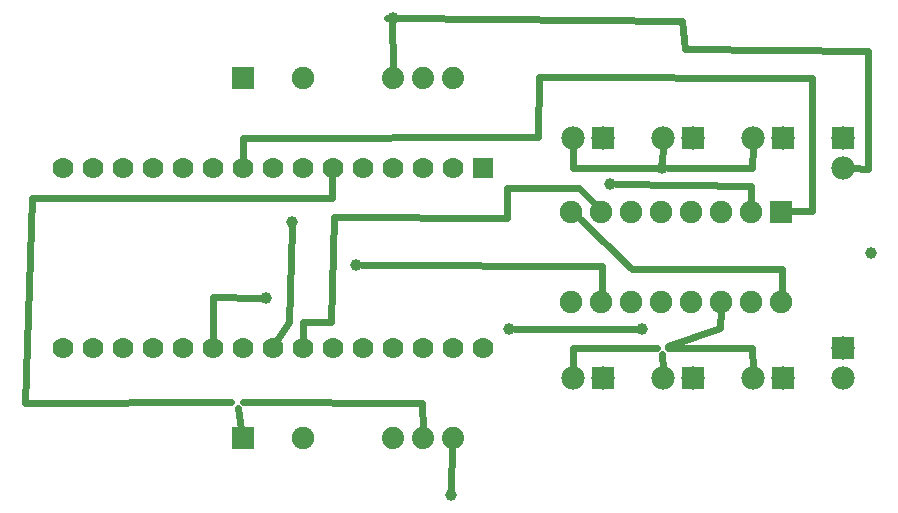
<source format=gbl>
G04 MADE WITH FRITZING*
G04 WWW.FRITZING.ORG*
G04 DOUBLE SIDED*
G04 HOLES PLATED*
G04 CONTOUR ON CENTER OF CONTOUR VECTOR*
%ASAXBY*%
%FSLAX23Y23*%
%MOIN*%
%OFA0B0*%
%SFA1.0B1.0*%
%ADD10C,0.075000*%
%ADD11C,0.074000*%
%ADD12C,0.070000*%
%ADD13C,0.078000*%
%ADD14C,0.039370*%
%ADD15R,0.075000X0.075000*%
%ADD16R,0.070000X0.069972*%
%ADD17R,0.078000X0.078000*%
%ADD18C,0.024000*%
%LNCOPPER0*%
G90*
G70*
G54D10*
X818Y252D03*
X1018Y252D03*
X818Y1452D03*
X1018Y1452D03*
G54D11*
X1418Y252D03*
X1518Y252D03*
X1318Y252D03*
X1418Y1452D03*
X1318Y1452D03*
X1518Y1452D03*
G54D10*
X2614Y1006D03*
X2614Y706D03*
X2514Y1006D03*
X2514Y706D03*
X2414Y1006D03*
X2414Y706D03*
X2314Y1006D03*
X2314Y706D03*
X2214Y1006D03*
X2214Y706D03*
X2114Y1006D03*
X2114Y706D03*
X2014Y1006D03*
X2014Y706D03*
X1914Y1006D03*
X1914Y706D03*
G54D12*
X1618Y1152D03*
X1518Y1152D03*
X1418Y1152D03*
X1318Y1152D03*
X1218Y1152D03*
X1118Y1152D03*
X1018Y1152D03*
X918Y1152D03*
X818Y1152D03*
X718Y1152D03*
X618Y1152D03*
X518Y1152D03*
X418Y1152D03*
X318Y1152D03*
X218Y1152D03*
X1618Y552D03*
X1518Y552D03*
X1418Y552D03*
X1318Y552D03*
X1218Y552D03*
X1118Y552D03*
X1018Y552D03*
X918Y552D03*
X818Y552D03*
X718Y552D03*
X618Y552D03*
X518Y552D03*
X418Y552D03*
X318Y552D03*
X218Y552D03*
G54D13*
X2018Y452D03*
X1918Y452D03*
X2318Y452D03*
X2218Y452D03*
X2618Y452D03*
X2518Y452D03*
X2618Y1252D03*
X2518Y1252D03*
X2318Y1252D03*
X2218Y1252D03*
X2018Y1252D03*
X1918Y1252D03*
X2818Y1252D03*
X2818Y1152D03*
X2818Y552D03*
X2818Y452D03*
G54D14*
X2914Y869D03*
X1318Y1652D03*
X1513Y62D03*
X2217Y1153D03*
X2044Y1098D03*
X984Y970D03*
X1196Y828D03*
X2149Y614D03*
X1706Y616D03*
X897Y719D03*
G54D15*
X818Y252D03*
X818Y1452D03*
X2614Y1006D03*
G54D16*
X1618Y1152D03*
G54D17*
X2018Y452D03*
X2318Y452D03*
X2618Y452D03*
X2618Y1252D03*
X2318Y1252D03*
X2018Y1252D03*
X2818Y1252D03*
X2818Y552D03*
G54D18*
X2617Y814D02*
X2615Y735D01*
D02*
X2117Y815D02*
X2617Y814D01*
D02*
X1935Y987D02*
X2117Y815D01*
D02*
X2283Y1640D02*
X2292Y1548D01*
D02*
X1337Y1652D02*
X2283Y1640D01*
D02*
X2292Y1548D02*
X2903Y1542D01*
D02*
X2903Y1542D02*
X2903Y1148D01*
D02*
X2903Y1148D02*
X2848Y1151D01*
D02*
X1317Y1652D02*
X1318Y1483D01*
D02*
X1299Y1651D02*
X1317Y1652D01*
D02*
X1517Y221D02*
X1513Y81D01*
D02*
X819Y371D02*
X1417Y369D01*
D02*
X1417Y369D02*
X1418Y283D01*
D02*
X814Y280D02*
X803Y352D01*
D02*
X117Y1052D02*
X1117Y1052D01*
D02*
X1117Y1052D02*
X1117Y1123D01*
D02*
X93Y367D02*
X117Y1052D01*
D02*
X781Y371D02*
X93Y367D01*
D02*
X1919Y1151D02*
X1918Y1222D01*
D02*
X2218Y1222D02*
X2217Y1171D01*
D02*
X2198Y1152D02*
X1919Y1151D01*
D02*
X2217Y533D02*
X2218Y482D01*
D02*
X1919Y552D02*
X2198Y552D01*
D02*
X1918Y482D02*
X1919Y552D01*
D02*
X2236Y552D02*
X2517Y552D01*
D02*
X2517Y552D02*
X2518Y482D01*
D02*
X2236Y1152D02*
X2517Y1151D01*
D02*
X2517Y1151D02*
X2518Y1222D01*
D02*
X2235Y559D02*
X2411Y618D01*
D02*
X2411Y618D02*
X2413Y678D01*
D02*
X2716Y1008D02*
X2643Y1007D01*
D02*
X818Y1252D02*
X1802Y1254D01*
D02*
X1802Y1254D02*
X1805Y1454D01*
D02*
X2717Y1451D02*
X2716Y1008D01*
D02*
X1805Y1454D02*
X2717Y1451D01*
D02*
X818Y1181D02*
X818Y1252D01*
D02*
X1941Y1086D02*
X1995Y1027D01*
D02*
X1019Y638D02*
X1113Y638D01*
D02*
X1700Y1086D02*
X1941Y1086D01*
D02*
X1700Y985D02*
X1700Y1086D01*
D02*
X1124Y987D02*
X1700Y985D01*
D02*
X1018Y581D02*
X1019Y638D01*
D02*
X1113Y638D02*
X1124Y987D01*
D02*
X2063Y1098D02*
X2514Y1093D01*
D02*
X2514Y1093D02*
X2514Y1035D01*
D02*
X972Y639D02*
X983Y951D01*
D02*
X933Y577D02*
X972Y639D01*
D02*
X1215Y828D02*
X2016Y825D01*
D02*
X2016Y825D02*
X2015Y735D01*
D02*
X2130Y614D02*
X1725Y616D01*
D02*
X878Y719D02*
X721Y720D01*
D02*
X721Y720D02*
X718Y581D01*
G04 End of Copper0*
M02*
</source>
